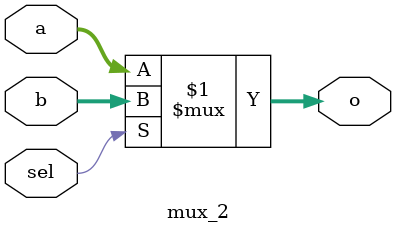
<source format=v>
`timescale 1ns / 1ps

/*
Authour: Yang Zhijie, National University of Defense Technology, P.R.China.

This is a 2-1 multiplexer module of our architecture.

Use this please cite: 

[1] Yang. Zhijie, Wang. Lei, et al., "Bactran: A Hardware Batch Normalization Implementation for CNN Training Engine," in IEEE Embedded Systems Letters, vol. 13, no. 1, pp. 29-32, March 2021.

This code follows the MIT License

Copyright (c) 2021 Yang Zhijie and Wang Lei of National University of Defense Technology, P.R.China

Permission is hereby granted, free of charge, to any person obtaining a copy
of this software and associated documentation files (the "Software"), to deal
in the Software without restriction, including without limitation the rights
to use, copy, modify, merge, publish, distribute, sublicense, and/or sell
copies of the Software, and to permit persons to whom the Software is
furnished to do so, subject to the following conditions:

The above copyright notice and this permission notice shall be included in all
copies or substantial portions of the Software.

THE SOFTWARE IS PROVIDED "AS IS", WITHOUT WARRANTY OF ANY KIND, EXPRESS OR
IMPLIED, INCLUDING BUT NOT LIMITED TO THE WARRANTIES OF MERCHANTABILITY,
FITNESS FOR A PARTICULAR PURPOSE AND NONINFRINGEMENT. IN NO EVENT SHALL THE
AUTHORS OR COPYRIGHT HOLDERS BE LIABLE FOR ANY CLAIM, DAMAGES OR OTHER
LIABILITY, WHETHER IN AN ACTION OF CONTRACT, TORT OR OTHERWISE, ARISING FROM,
OUT OF OR IN CONNECTION WITH THE SOFTWARE OR THE USE OR OTHER DEALINGS IN THE
SOFTWARE.
*/


module mux_2 #(
    parameter DATA_WIDTH = 16
)(
    input sel,
    input [DATA_WIDTH-1:0] a,
    input [DATA_WIDTH-1:0] b,
    output [DATA_WIDTH-1:0] o
);  
    assign o = sel?b:a;
    
endmodule

</source>
